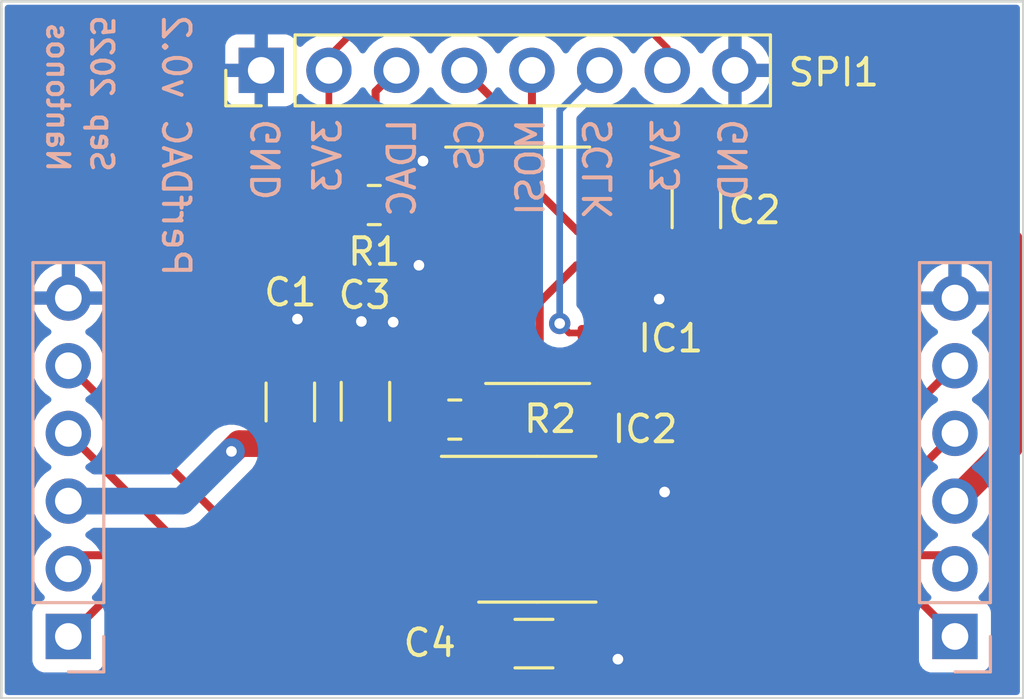
<source format=kicad_pcb>
(kicad_pcb (version 20240108) (generator "pcbnew") (generator_version "8.0")
  (layers (0 "F.Cu" signal) (31 "B.Cu" signal) (34 "B.Paste" user) (35 "F.Paste" user) (36 "B.SilkS" user "B.Silkscreen") (37 "F.SilkS" user "F.Silkscreen") (38 "B.Mask" user) (39 "F.Mask" user) (44 "Edge.Cuts" user))
  (net 0 "")
  (net 1 "GND")
  (net 2 "/VOUT_G")
  (net 3 "/VOUT_E")
  (net 4 "/VOUT_C")
  (net 5 "/VOUT_A")
  (net 6 "+5V")
  (net 7 "/VREF")
  (net 9 "/VOUT_H")
  (net 10 "/VOUT_F")
  (net 11 "/VOUT_D")
  (net 12 "/VOUT_B")
  (net 13 "+3.3V")
  (net 14 "MOSI3")
  (net 15 "/MOSI")
  (net 16 "SCLK3")
  (net 17 "/SCLK")
  (net 18 "/LDAC")
  (net 19 "LDAC3")
  (net 20 "/CS")
  (net 21 "CS3")
  (footprint "Capacitor_SMD:C_1206_3216Metric_Pad1.33x1.80mm_HandSolder" (layer "F.Cu") (at 69.3928 57.2008 90)
    (property "Reference" "C1" (at 4.1148 0 180) (layer "F.SilkS"))
    (property "Value" "1uF")
    (fp_line (start -0.711252 -0.91) (end 0.711252 -0.91) (stroke (width 0.12)) (layer "F.SilkS"))
    (fp_line (start -0.711252 0.91) (end 0.711252 0.91) (stroke (width 0.12)) (layer "F.SilkS"))
    (pad "1" smd roundrect (at -1.5625 0 90) (size 1.325 1.8) (layers "F.Cu" "F.Paste" "F.Mask") (roundrect_rratio 0.188679) (net 6 "+5V"))
    (pad "2" smd roundrect (at 1.5625 0 90) (size 1.325 1.8) (layers "F.Cu" "F.Paste" "F.Mask") (roundrect_rratio 0.188679) (net 1 "GND"))
  )
  (footprint "Resistor_SMD:R_0805_2012Metric_Pad1.20x1.40mm_HandSolder" (layer "F.Cu") (at 72.5424 49.8094)
    (property "Reference" "R1" (at 0 1.7526 0) (layer "F.SilkS"))
    (property "Value" "10k")
    (fp_line (start -0.227064 -0.735) (end 0.227064 -0.735) (stroke (width 0.12)) (layer "F.SilkS"))
    (fp_line (start -0.227064 0.735) (end 0.227064 0.735) (stroke (width 0.12)) (layer "F.SilkS"))
    (pad "1" smd roundrect (at -1 0) (size 1.2 1.4) (layers "F.Cu" "F.Paste" "F.Mask") (roundrect_rratio 0.208333) (net 13 "+3.3V"))
    (pad "2" smd roundrect (at 1 0) (size 1.2 1.4) (layers "F.Cu" "F.Paste" "F.Mask") (roundrect_rratio 0.208333) (net 21 "CS3"))
  )
  (footprint "Resistor_SMD:R_0805_2012Metric_Pad1.20x1.40mm_HandSolder" (layer "F.Cu") (at 75.565 57.8612 180)
    (property "Reference" "R2" (at -3.5814 0.0254 0) (layer "F.SilkS"))
    (property "Value" "0R dnf")
    (fp_line (start -0.227064 0.735) (end 0.227064 0.735) (stroke (width 0.12)) (layer "F.SilkS"))
    (fp_line (start -0.227064 -0.735) (end 0.227064 -0.735) (stroke (width 0.12)) (layer "F.SilkS"))
    (pad "1" smd roundrect (at -1 0 180) (size 1.2 1.4) (layers "F.Cu" "F.Paste" "F.Mask") (roundrect_rratio 0.208333) (net 18 "/LDAC"))
    (pad "2" smd roundrect (at 1 0 180) (size 1.2 1.4) (layers "F.Cu" "F.Paste" "F.Mask") (roundrect_rratio 0.208333) (net 1 "GND"))
  )
  (footprint "Package_SO:SOIC-14_3.9x8.7mm_P1.27mm" (layer "F.Cu") (at 78.675 52.07)
    (property "Reference" "IC1" (at 4.9926 2.7432 0) (layer "F.SilkS"))
    (property "Value" "SN74AHCT125QDRQ1")
    (fp_line (start 0 -4.435) (end -3.45 -4.435) (stroke (width 0.12)) (layer "F.SilkS"))
    (fp_line (start 0 -4.435) (end 1.95 -4.435) (stroke (width 0.12)) (layer "F.SilkS"))
    (fp_line (start 0 4.435) (end -1.95 4.435) (stroke (width 0.12)) (layer "F.SilkS"))
    (fp_line (start 0 4.435) (end 1.95 4.435) (stroke (width 0.12)) (layer "F.SilkS"))
    (pad "1" smd roundrect (at -2.475 -3.81) (size 1.95 0.6) (layers "F.Cu" "F.Paste" "F.Mask") (net 1 "GND"))
    (pad "2" smd roundrect (at -2.475 -2.54) (size 1.95 0.6) (layers "F.Cu" "F.Paste" "F.Mask") (net 21 "CS3"))
    (pad "3" smd roundrect (at -2.475 -1.27) (size 1.95 0.6) (layers "F.Cu" "F.Paste" "F.Mask") (net 20 "/CS"))
    (pad "4" smd roundrect (at -2.475 0) (size 1.95 0.6) (layers "F.Cu" "F.Paste" "F.Mask") (net 1 "GND"))
    (pad "5" smd roundrect (at -2.475 1.27) (size 1.95 0.6) (layers "F.Cu" "F.Paste" "F.Mask") (net 19 "LDAC3"))
    (pad "6" smd roundrect (at -2.475 2.54) (size 1.95 0.6) (layers "F.Cu" "F.Paste" "F.Mask") (net 18 "/LDAC"))
    (pad "7" smd roundrect (at -2.475 3.81) (size 1.95 0.6) (layers "F.Cu" "F.Paste" "F.Mask") (net 1 "GND"))
    (pad "8" smd roundrect (at 2.475 3.81) (size 1.95 0.6) (layers "F.Cu" "F.Paste" "F.Mask") (net 17 "/SCLK"))
    (pad "9" smd roundrect (at 2.475 2.54) (size 1.95 0.6) (layers "F.Cu" "F.Paste" "F.Mask") (net 16 "SCLK3"))
    (pad "10" smd roundrect (at 2.475 1.27) (size 1.95 0.6) (layers "F.Cu" "F.Paste" "F.Mask") (net 1 "GND"))
    (pad "11" smd roundrect (at 2.475 0) (size 1.95 0.6) (layers "F.Cu" "F.Paste" "F.Mask") (net 15 "/MOSI"))
    (pad "12" smd roundrect (at 2.475 -1.27) (size 1.95 0.6) (layers "F.Cu" "F.Paste" "F.Mask") (net 14 "MOSI3"))
    (pad "13" smd roundrect (at 2.475 -2.54) (size 1.95 0.6) (layers "F.Cu" "F.Paste" "F.Mask") (net 1 "GND"))
    (pad "14" smd roundrect (at 2.475 -3.81) (size 1.95 0.6) (layers "F.Cu" "F.Paste" "F.Mask") (net 6 "+5V"))
  )
  (footprint "Capacitor_SMD:C_1206_3216Metric_Pad1.33x1.80mm_HandSolder" (layer "F.Cu") (at 72.2122 57.1754 90)
    (property "Reference" "C3" (at 3.9878 -0.0254 180) (layer "F.SilkS"))
    (property "Value" "100nF")
    (fp_line (start -0.711252 -0.91) (end 0.711252 -0.91) (stroke (width 0.12)) (layer "F.SilkS"))
    (fp_line (start -0.711252 0.91) (end 0.711252 0.91) (stroke (width 0.12)) (layer "F.SilkS"))
    (pad "1" smd roundrect (at -1.5625 0 90) (size 1.325 1.8) (layers "F.Cu" "F.Paste" "F.Mask") (roundrect_rratio 0.188679) (net 6 "+5V"))
    (pad "2" smd roundrect (at 1.5625 0 90) (size 1.325 1.8) (layers "F.Cu" "F.Paste" "F.Mask") (roundrect_rratio 0.188679) (net 1 "GND"))
  )
  (footprint "Connector_PinHeader_2.54mm:PinHeader_1x08_P2.54mm_Vertical" (layer "F.Cu") (at 68.3006 44.7548 90)
    (property "Reference" "SPI1" (at -0.0762 21.4884 180) (layer "F.SilkS"))
    (property "Value" "Conn_01x08_Pin" (hide yes))
    (fp_line (start -1.33 -1.33) (end 0 -1.33) (stroke (width 0.12)) (layer "F.SilkS"))
    (fp_line (start -1.33 0) (end -1.33 -1.33) (stroke (width 0.12)) (layer "F.SilkS"))
    (fp_line (start 1.33 1.27) (end 1.33 19.11) (stroke (width 0.12)) (layer "F.SilkS"))
    (fp_line (start -1.33 1.27) (end 1.33 1.27) (stroke (width 0.12)) (layer "F.SilkS"))
    (fp_line (start -1.33 1.27) (end -1.33 19.11) (stroke (width 0.12)) (layer "F.SilkS"))
    (fp_line (start -1.33 19.11) (end 1.33 19.11) (stroke (width 0.12)) (layer "F.SilkS"))
    (pad "1" thru_hole rect (at 0 0 90) (size 1.7 1.7) (drill 1) (layers "*.Cu" "*.Mask" "In1.Cu" "In2.Cu" "In3.Cu" "In4.Cu" "In5.Cu" "In6.Cu" "In7.Cu" "In8.Cu" "In9.Cu" "In10.Cu" "In11.Cu" "In12.Cu" "In13.Cu" "In14.Cu" "In15.Cu" "In16.Cu" "In17.Cu" "In18.Cu" "In19.Cu" "In20.Cu" "In21.Cu" "In22.Cu" "In23.Cu" "In24.Cu" "In25.Cu" "In26.Cu" "In27.Cu" "In28.Cu" "In29.Cu" "In30.Cu") (net 1 "GND"))
    (pad "2" thru_hole oval (at 0 2.54 90) (size 1.7 1.7) (drill 1) (layers "*.Cu" "*.Mask" "In1.Cu" "In2.Cu" "In3.Cu" "In4.Cu" "In5.Cu" "In6.Cu" "In7.Cu" "In8.Cu" "In9.Cu" "In10.Cu" "In11.Cu" "In12.Cu" "In13.Cu" "In14.Cu" "In15.Cu" "In16.Cu" "In17.Cu" "In18.Cu" "In19.Cu" "In20.Cu" "In21.Cu" "In22.Cu" "In23.Cu" "In24.Cu" "In25.Cu" "In26.Cu" "In27.Cu" "In28.Cu" "In29.Cu" "In30.Cu") (net 13 "+3.3V"))
    (pad "3" thru_hole oval (at 0 5.08 90) (size 1.7 1.7) (drill 1) (layers "*.Cu" "*.Mask" "In1.Cu" "In2.Cu" "In3.Cu" "In4.Cu" "In5.Cu" "In6.Cu" "In7.Cu" "In8.Cu" "In9.Cu" "In10.Cu" "In11.Cu" "In12.Cu" "In13.Cu" "In14.Cu" "In15.Cu" "In16.Cu" "In17.Cu" "In18.Cu" "In19.Cu" "In20.Cu" "In21.Cu" "In22.Cu" "In23.Cu" "In24.Cu" "In25.Cu" "In26.Cu" "In27.Cu" "In28.Cu" "In29.Cu" "In30.Cu") (net 19 "LDAC3"))
    (pad "4" thru_hole oval (at 0 7.62 90) (size 1.7 1.7) (drill 1) (layers "*.Cu" "*.Mask" "In1.Cu" "In2.Cu" "In3.Cu" "In4.Cu" "In5.Cu" "In6.Cu" "In7.Cu" "In8.Cu" "In9.Cu" "In10.Cu" "In11.Cu" "In12.Cu" "In13.Cu" "In14.Cu" "In15.Cu" "In16.Cu" "In17.Cu" "In18.Cu" "In19.Cu" "In20.Cu" "In21.Cu" "In22.Cu" "In23.Cu" "In24.Cu" "In25.Cu" "In26.Cu" "In27.Cu" "In28.Cu" "In29.Cu" "In30.Cu") (net 21 "CS3"))
    (pad "5" thru_hole oval (at 0 10.16 90) (size 1.7 1.7) (drill 1) (layers "*.Cu" "*.Mask" "In1.Cu" "In2.Cu" "In3.Cu" "In4.Cu" "In5.Cu" "In6.Cu" "In7.Cu" "In8.Cu" "In9.Cu" "In10.Cu" "In11.Cu" "In12.Cu" "In13.Cu" "In14.Cu" "In15.Cu" "In16.Cu" "In17.Cu" "In18.Cu" "In19.Cu" "In20.Cu" "In21.Cu" "In22.Cu" "In23.Cu" "In24.Cu" "In25.Cu" "In26.Cu" "In27.Cu" "In28.Cu" "In29.Cu" "In30.Cu") (net 14 "MOSI3"))
    (pad "6" thru_hole oval (at 0 12.7 90) (size 1.7 1.7) (drill 1) (layers "*.Cu" "*.Mask" "In1.Cu" "In2.Cu" "In3.Cu" "In4.Cu" "In5.Cu" "In6.Cu" "In7.Cu" "In8.Cu" "In9.Cu" "In10.Cu" "In11.Cu" "In12.Cu" "In13.Cu" "In14.Cu" "In15.Cu" "In16.Cu" "In17.Cu" "In18.Cu" "In19.Cu" "In20.Cu" "In21.Cu" "In22.Cu" "In23.Cu" "In24.Cu" "In25.Cu" "In26.Cu" "In27.Cu" "In28.Cu" "In29.Cu" "In30.Cu") (net 16 "SCLK3"))
    (pad "7" thru_hole oval (at 0 15.24 90) (size 1.7 1.7) (drill 1) (layers "*.Cu" "*.Mask" "In1.Cu" "In2.Cu" "In3.Cu" "In4.Cu" "In5.Cu" "In6.Cu" "In7.Cu" "In8.Cu" "In9.Cu" "In10.Cu" "In11.Cu" "In12.Cu" "In13.Cu" "In14.Cu" "In15.Cu" "In16.Cu" "In17.Cu" "In18.Cu" "In19.Cu" "In20.Cu" "In21.Cu" "In22.Cu" "In23.Cu" "In24.Cu" "In25.Cu" "In26.Cu" "In27.Cu" "In28.Cu" "In29.Cu" "In30.Cu") (net 13 "+3.3V"))
    (pad "8" thru_hole oval (at 0 17.78 90) (size 1.7 1.7) (drill 1) (layers "*.Cu" "*.Mask" "In1.Cu" "In2.Cu" "In3.Cu" "In4.Cu" "In5.Cu" "In6.Cu" "In7.Cu" "In8.Cu" "In9.Cu" "In10.Cu" "In11.Cu" "In12.Cu" "In13.Cu" "In14.Cu" "In15.Cu" "In16.Cu" "In17.Cu" "In18.Cu" "In19.Cu" "In20.Cu" "In21.Cu" "In22.Cu" "In23.Cu" "In24.Cu" "In25.Cu" "In26.Cu" "In27.Cu" "In28.Cu" "In29.Cu" "In30.Cu") (net 1 "GND"))
  )
  (footprint "Package_SO:TSSOP-16_4.4x5mm_P0.65mm" (layer "F.Cu") (at 78.6638 61.976)
    (property "Reference" "IC2" (at 4.0386 -3.7592 0) (layer "F.SilkS"))
    (property "Value" "DAC8168ICPW" (hide yes))
    (fp_line (start 0 -2.735) (end -3.6 -2.735) (stroke (width 0.12)) (layer "F.SilkS"))
    (fp_line (start 0 -2.735) (end 2.2 -2.735) (stroke (width 0.12)) (layer "F.SilkS"))
    (fp_line (start 0 2.735) (end -2.2 2.735) (stroke (width 0.12)) (layer "F.SilkS"))
    (fp_line (start 0 2.735) (end 2.2 2.735) (stroke (width 0.12)) (layer "F.SilkS"))
    (pad "1" smd roundrect (at -2.8625 -2.275) (size 1.475 0.4) (layers "F.Cu" "F.Paste" "F.Mask") (net 18 "/LDAC"))
    (pad "2" smd roundrect (at -2.8625 -1.625) (size 1.475 0.4) (layers "F.Cu" "F.Paste" "F.Mask") (net 20 "/CS"))
    (pad "3" smd roundrect (at -2.8625 -0.975) (size 1.475 0.4) (layers "F.Cu" "F.Paste" "F.Mask") (net 6 "+5V"))
    (pad "4" smd roundrect (at -2.8625 -0.325) (size 1.475 0.4) (layers "F.Cu" "F.Paste" "F.Mask") (net 5 "/VOUT_A"))
    (pad "5" smd roundrect (at -2.8625 0.325) (size 1.475 0.4) (layers "F.Cu" "F.Paste" "F.Mask") (net 4 "/VOUT_C"))
    (pad "6" smd roundrect (at -2.8625 0.975) (size 1.475 0.4) (layers "F.Cu" "F.Paste" "F.Mask") (net 3 "/VOUT_E"))
    (pad "7" smd roundrect (at -2.8625 1.625) (size 1.475 0.4) (layers "F.Cu" "F.Paste" "F.Mask") (net 2 "/VOUT_G"))
    (pad "8" smd roundrect (at -2.8625 2.275) (size 1.475 0.4) (layers "F.Cu" "F.Paste" "F.Mask") (net 7 "/VREF"))
    (pad "9" smd roundrect (at 2.8625 2.275) (size 1.475 0.4) (layers "F.Cu" "F.Paste" "F.Mask"))
    (pad "10" smd roundrect (at 2.8625 1.625) (size 1.475 0.4) (layers "F.Cu" "F.Paste" "F.Mask") (net 9 "/VOUT_H"))
    (pad "11" smd roundrect (at 2.8625 0.975) (size 1.475 0.4) (layers "F.Cu" "F.Paste" "F.Mask") (net 10 "/VOUT_F"))
    (pad "12" smd roundrect (at 2.8625 0.325) (size 1.475 0.4) (layers "F.Cu" "F.Paste" "F.Mask") (net 11 "/VOUT_D"))
    (pad "13" smd roundrect (at 2.8625 -0.325) (size 1.475 0.4) (layers "F.Cu" "F.Paste" "F.Mask") (net 12 "/VOUT_B"))
    (pad "14" smd roundrect (at 2.8625 -0.975) (size 1.475 0.4) (layers "F.Cu" "F.Paste" "F.Mask") (net 1 "GND"))
    (pad "15" smd roundrect (at 2.8625 -1.625) (size 1.475 0.4) (layers "F.Cu" "F.Paste" "F.Mask") (net 15 "/MOSI"))
    (pad "16" smd roundrect (at 2.8625 -2.275) (size 1.475 0.4) (layers "F.Cu" "F.Paste" "F.Mask") (net 17 "/SCLK"))
  )
  (footprint "Capacitor_SMD:C_1206_3216Metric_Pad1.33x1.80mm_HandSolder" (layer "F.Cu") (at 84.6328 49.9487 -90)
    (property "Reference" "C2" (at 0.0508 -2.1844 180) (layer "F.SilkS"))
    (property "Value" "100nF")
    (fp_line (start -0.711252 0.91) (end 0.711252 0.91) (stroke (width 0.12)) (layer "F.SilkS"))
    (fp_line (start -0.711252 -0.91) (end 0.711252 -0.91) (stroke (width 0.12)) (layer "F.SilkS"))
    (pad "1" smd roundrect (at -1.5625 0 270) (size 1.325 1.8) (layers "F.Cu" "F.Paste" "F.Mask") (roundrect_rratio 0.188679) (net 6 "+5V"))
    (pad "2" smd roundrect (at 1.5625 0 270) (size 1.325 1.8) (layers "F.Cu" "F.Paste" "F.Mask") (roundrect_rratio 0.188679) (net 1 "GND"))
  )
  (footprint "Capacitor_SMD:C_1206_3216Metric_Pad1.33x1.80mm_HandSolder" (layer "F.Cu") (at 78.5368 66.2686)
    (property "Reference" "C4" (at -3.9116 -0.0254 0) (layer "F.SilkS"))
    (property "Value" "150nF")
    (fp_line (start -0.711252 -0.91) (end 0.711252 -0.91) (stroke (width 0.12)) (layer "F.SilkS"))
    (fp_line (start -0.711252 0.91) (end 0.711252 0.91) (stroke (width 0.12)) (layer "F.SilkS"))
    (pad "1" smd roundrect (at -1.5625 0) (size 1.325 1.8) (layers "F.Cu" "F.Paste" "F.Mask") (roundrect_rratio 0.188679) (net 7 "/VREF"))
    (pad "2" smd roundrect (at 1.5625 0) (size 1.325 1.8) (layers "F.Cu" "F.Paste" "F.Mask") (roundrect_rratio 0.188679) (net 1 "GND"))
  )
  (footprint "Connector_PinSocket_2.54mm:PinSocket_1x06_P2.54mm_Vertical" (layer "B.Cu") (at 94.336 66)
    (property "Reference" "J2" (hide yes))
    (property "Value" "Conn_01x06_Socket" (hide yes))
    (fp_line (start -1.33 -14.03) (end -1.33 -1.27) (stroke (width 0.12)) (layer "B.SilkS"))
    (fp_line (start 1.33 -14.03) (end -1.33 -14.03) (stroke (width 0.12)) (layer "B.SilkS"))
    (fp_line (start 1.33 -14.03) (end 1.33 -1.27) (stroke (width 0.12)) (layer "B.SilkS"))
    (fp_line (start 1.33 -1.27) (end -1.33 -1.27) (stroke (width 0.12)) (layer "B.SilkS"))
    (fp_line (start 1.33 0) (end 1.33 1.33) (stroke (width 0.12)) (layer "B.SilkS"))
    (fp_line (start 1.33 1.33) (end 0 1.33) (stroke (width 0.12)) (layer "B.SilkS"))
    (pad "1" thru_hole rect (at 0 0) (size 1.7 1.7) (drill 1) (layers "*.Cu" "*.Mask" "In1.Cu" "In2.Cu" "In3.Cu" "In4.Cu" "In5.Cu" "In6.Cu" "In7.Cu" "In8.Cu" "In9.Cu" "In10.Cu" "In11.Cu" "In12.Cu" "In13.Cu" "In14.Cu" "In15.Cu" "In16.Cu" "In17.Cu" "In18.Cu" "In19.Cu" "In20.Cu" "In21.Cu" "In22.Cu" "In23.Cu" "In24.Cu" "In25.Cu" "In26.Cu" "In27.Cu" "In28.Cu" "In29.Cu" "In30.Cu") (net 9 "/VOUT_H"))
    (pad "2" thru_hole oval (at 0 -2.54) (size 1.7 1.7) (drill 1) (layers "*.Cu" "*.Mask" "In1.Cu" "In2.Cu" "In3.Cu" "In4.Cu" "In5.Cu" "In6.Cu" "In7.Cu" "In8.Cu" "In9.Cu" "In10.Cu" "In11.Cu" "In12.Cu" "In13.Cu" "In14.Cu" "In15.Cu" "In16.Cu" "In17.Cu" "In18.Cu" "In19.Cu" "In20.Cu" "In21.Cu" "In22.Cu" "In23.Cu" "In24.Cu" "In25.Cu" "In26.Cu" "In27.Cu" "In28.Cu" "In29.Cu" "In30.Cu") (net 10 "/VOUT_F"))
    (pad "3" thru_hole oval (at 0 -5.08) (size 1.7 1.7) (drill 1) (layers "*.Cu" "*.Mask" "In1.Cu" "In2.Cu" "In3.Cu" "In4.Cu" "In5.Cu" "In6.Cu" "In7.Cu" "In8.Cu" "In9.Cu" "In10.Cu" "In11.Cu" "In12.Cu" "In13.Cu" "In14.Cu" "In15.Cu" "In16.Cu" "In17.Cu" "In18.Cu" "In19.Cu" "In20.Cu" "In21.Cu" "In22.Cu" "In23.Cu" "In24.Cu" "In25.Cu" "In26.Cu" "In27.Cu" "In28.Cu" "In29.Cu" "In30.Cu") (net 6 "+5V"))
    (pad "4" thru_hole oval (at 0 -7.62) (size 1.7 1.7) (drill 1) (layers "*.Cu" "*.Mask" "In1.Cu" "In2.Cu" "In3.Cu" "In4.Cu" "In5.Cu" "In6.Cu" "In7.Cu" "In8.Cu" "In9.Cu" "In10.Cu" "In11.Cu" "In12.Cu" "In13.Cu" "In14.Cu" "In15.Cu" "In16.Cu" "In17.Cu" "In18.Cu" "In19.Cu" "In20.Cu" "In21.Cu" "In22.Cu" "In23.Cu" "In24.Cu" "In25.Cu" "In26.Cu" "In27.Cu" "In28.Cu" "In29.Cu" "In30.Cu") (net 11 "/VOUT_D"))
    (pad "5" thru_hole oval (at 0 -10.16) (size 1.7 1.7) (drill 1) (layers "*.Cu" "*.Mask" "In1.Cu" "In2.Cu" "In3.Cu" "In4.Cu" "In5.Cu" "In6.Cu" "In7.Cu" "In8.Cu" "In9.Cu" "In10.Cu" "In11.Cu" "In12.Cu" "In13.Cu" "In14.Cu" "In15.Cu" "In16.Cu" "In17.Cu" "In18.Cu" "In19.Cu" "In20.Cu" "In21.Cu" "In22.Cu" "In23.Cu" "In24.Cu" "In25.Cu" "In26.Cu" "In27.Cu" "In28.Cu" "In29.Cu" "In30.Cu") (net 12 "/VOUT_B"))
    (pad "6" thru_hole oval (at 0 -12.7) (size 1.7 1.7) (drill 1) (layers "*.Cu" "*.Mask" "In1.Cu" "In2.Cu" "In3.Cu" "In4.Cu" "In5.Cu" "In6.Cu" "In7.Cu" "In8.Cu" "In9.Cu" "In10.Cu" "In11.Cu" "In12.Cu" "In13.Cu" "In14.Cu" "In15.Cu" "In16.Cu" "In17.Cu" "In18.Cu" "In19.Cu" "In20.Cu" "In21.Cu" "In22.Cu" "In23.Cu" "In24.Cu" "In25.Cu" "In26.Cu" "In27.Cu" "In28.Cu" "In29.Cu" "In30.Cu") (net 1 "GND"))
  )
  (footprint "Connector_PinSocket_2.54mm:PinSocket_1x06_P2.54mm_Vertical" (layer "B.Cu") (at 61.062 66)
    (property "Reference" "J1" (hide yes))
    (property "Value" "Conn_01x06_Socket" (hide yes))
    (fp_line (start -1.33 -14.03) (end -1.33 -1.27) (stroke (width 0.12)) (layer "B.SilkS"))
    (fp_line (start 1.33 -14.03) (end -1.33 -14.03) (stroke (width 0.12)) (layer "B.SilkS"))
    (fp_line (start 1.33 -14.03) (end 1.33 -1.27) (stroke (width 0.12)) (layer "B.SilkS"))
    (fp_line (start 1.33 -1.27) (end -1.33 -1.27) (stroke (width 0.12)) (layer "B.SilkS"))
    (fp_line (start 1.33 0) (end 1.33 1.33) (stroke (width 0.12)) (layer "B.SilkS"))
    (fp_line (start 1.33 1.33) (end 0 1.33) (stroke (width 0.12)) (layer "B.SilkS"))
    (pad "1" thru_hole rect (at 0 0) (size 1.7 1.7) (drill 1) (layers "*.Cu" "*.Mask" "In1.Cu" "In2.Cu" "In3.Cu" "In4.Cu" "In5.Cu" "In6.Cu" "In7.Cu" "In8.Cu" "In9.Cu" "In10.Cu" "In11.Cu" "In12.Cu" "In13.Cu" "In14.Cu" "In15.Cu" "In16.Cu" "In17.Cu" "In18.Cu" "In19.Cu" "In20.Cu" "In21.Cu" "In22.Cu" "In23.Cu" "In24.Cu" "In25.Cu" "In26.Cu" "In27.Cu" "In28.Cu" "In29.Cu" "In30.Cu") (net 2 "/VOUT_G"))
    (pad "2" thru_hole oval (at 0 -2.54) (size 1.7 1.7) (drill 1) (layers "*.Cu" "*.Mask" "In1.Cu" "In2.Cu" "In3.Cu" "In4.Cu" "In5.Cu" "In6.Cu" "In7.Cu" "In8.Cu" "In9.Cu" "In10.Cu" "In11.Cu" "In12.Cu" "In13.Cu" "In14.Cu" "In15.Cu" "In16.Cu" "In17.Cu" "In18.Cu" "In19.Cu" "In20.Cu" "In21.Cu" "In22.Cu" "In23.Cu" "In24.Cu" "In25.Cu" "In26.Cu" "In27.Cu" "In28.Cu" "In29.Cu" "In30.Cu") (net 3 "/VOUT_E"))
    (pad "3" thru_hole oval (at 0 -5.08) (size 1.7 1.7) (drill 1) (layers "*.Cu" "*.Mask" "In1.Cu" "In2.Cu" "In3.Cu" "In4.Cu" "In5.Cu" "In6.Cu" "In7.Cu" "In8.Cu" "In9.Cu" "In10.Cu" "In11.Cu" "In12.Cu" "In13.Cu" "In14.Cu" "In15.Cu" "In16.Cu" "In17.Cu" "In18.Cu" "In19.Cu" "In20.Cu" "In21.Cu" "In22.Cu" "In23.Cu" "In24.Cu" "In25.Cu" "In26.Cu" "In27.Cu" "In28.Cu" "In29.Cu" "In30.Cu") (net 6 "+5V"))
    (pad "4" thru_hole oval (at 0 -7.62) (size 1.7 1.7) (drill 1) (layers "*.Cu" "*.Mask" "In1.Cu" "In2.Cu" "In3.Cu" "In4.Cu" "In5.Cu" "In6.Cu" "In7.Cu" "In8.Cu" "In9.Cu" "In10.Cu" "In11.Cu" "In12.Cu" "In13.Cu" "In14.Cu" "In15.Cu" "In16.Cu" "In17.Cu" "In18.Cu" "In19.Cu" "In20.Cu" "In21.Cu" "In22.Cu" "In23.Cu" "In24.Cu" "In25.Cu" "In26.Cu" "In27.Cu" "In28.Cu" "In29.Cu" "In30.Cu") (net 4 "/VOUT_C"))
    (pad "5" thru_hole oval (at 0 -10.16) (size 1.7 1.7) (drill 1) (layers "*.Cu" "*.Mask" "In1.Cu" "In2.Cu" "In3.Cu" "In4.Cu" "In5.Cu" "In6.Cu" "In7.Cu" "In8.Cu" "In9.Cu" "In10.Cu" "In11.Cu" "In12.Cu" "In13.Cu" "In14.Cu" "In15.Cu" "In16.Cu" "In17.Cu" "In18.Cu" "In19.Cu" "In20.Cu" "In21.Cu" "In22.Cu" "In23.Cu" "In24.Cu" "In25.Cu" "In26.Cu" "In27.Cu" "In28.Cu" "In29.Cu" "In30.Cu") (net 5 "/VOUT_A"))
    (pad "6" thru_hole oval (at 0 -12.7) (size 1.7 1.7) (drill 1) (layers "*.Cu" "*.Mask" "In1.Cu" "In2.Cu" "In3.Cu" "In4.Cu" "In5.Cu" "In6.Cu" "In7.Cu" "In8.Cu" "In9.Cu" "In10.Cu" "In11.Cu" "In12.Cu" "In13.Cu" "In14.Cu" "In15.Cu" "In16.Cu" "In17.Cu" "In18.Cu" "In19.Cu" "In20.Cu" "In21.Cu" "In22.Cu" "In23.Cu" "In24.Cu" "In25.Cu" "In26.Cu" "In27.Cu" "In28.Cu" "In29.Cu" "In30.Cu") (net 1 "GND"))
  )
  (gr_rect (start 58.547 42.164) (end 96.901 68.326) (stroke (width 0.1)) (fill none) (layer "Edge.Cuts"))
  (gr_text "GND" (at 86.614 46.482 90) (layer "B.SilkS") (effects (font (size 1 1)) (justify left bottom mirror)))
  (gr_text "Sep 2025" (at 61.849 48.641 -90) (layer "B.SilkS") (effects (font (size 0.8 0.8)) (justify left bottom mirror)))
  (gr_text "PerfDAC v0.2" (at 64.516 52.578 -90) (layer "B.SilkS") (effects (font (size 1 1)) (justify left bottom mirror)))
  (gr_text "MOSI" (at 78.994 46.482 90) (layer "B.SilkS") (effects (font (size 1 1)) (justify left bottom mirror)))
  (gr_text "LDAC" (at 74.168 46.482 90) (layer "B.SilkS") (effects (font (size 1 1)) (justify left bottom mirror)))
  (gr_text "GND" (at 69.088 46.482 90) (layer "B.SilkS") (effects (font (size 1 1)) (justify left bottom mirror)))
  (gr_text "3V3" (at 71.374 46.482 90) (layer "B.SilkS") (effects (font (size 1 1)) (justify left bottom mirror)))
  (gr_text "Nantonos" (at 60.198 48.641 -90) (layer "B.SilkS") (effects (font (size 0.8 0.8)) (justify left bottom mirror)))
  (gr_text "SCLK" (at 81.534 46.482 90) (layer "B.SilkS") (effects (font (size 1 1)) (justify left bottom mirror)))
  (gr_text "3V3" (at 84.074 46.482 90) (layer "B.SilkS") (effects (font (size 1 1)) (justify left bottom mirror)))
  (gr_text "CS" (at 76.708 46.482 90) (layer "B.SilkS") (effects (font (size 1 1)) (justify left bottom mirror)))
  (segment (start 74.4728 48.26) (end 74.3712 48.1584) (width 0.18) (layer "F.Cu") (net 1))
  (segment (start 74.565 57.8612) (end 74.4605 57.8612) (width 0.3) (layer "F.Cu") (net 1))
  (segment (start 83.2358 53.34) (end 83.2358 52.9082) (width 0.3) (layer "F.Cu") (net 1))
  (segment (start 72.136 55.6891) (end 72.2122 55.6129) (width 0.18) (layer "F.Cu") (net 1))
  (segment (start 74.93 55.88) (end 73.2536 54.2036) (width 0.3) (layer "F.Cu") (net 1))
  (segment (start 83.017 61.001) (end 83.439 60.579) (width 0.3) (layer "F.Cu") (net 1))
  (segment (start 80.0993 66.2686) (end 81.1022 66.2686) (width 0.18) (layer "F.Cu") (net 1))
  (segment (start 76.2 48.26) (end 74.4728 48.26) (width 0.18) (layer "F.Cu") (net 1))
  (segment (start 81.15 53.34) (end 83.2358 53.34) (width 0.3) (layer "F.Cu") (net 1))
  (segment (start 81.15 49.53) (end 82.6516 49.53) (width 0.3) (layer "F.Cu") (net 1))
  (segment (start 82.6516 49.53) (end 84.6328 51.5112) (width 0.3) (layer "F.Cu") (net 1))
  (segment (start 69.3928 55.6383) (end 69.3928 54.356) (width 0.3) (layer "F.Cu") (net 1))
  (segment (start 72.0852 54.2036) (end 72.0598 54.1782) (width 0.18) (layer "F.Cu") (net 1))
  (segment (start 74.4605 57.8612) (end 72.2122 55.6129) (width 0.3) (layer "F.Cu") (net 1))
  (segment (start 72.2122 54.3306) (end 72.0598 54.1782) (width 0.3) (layer "F.Cu") (net 1))
  (segment (start 72.4793 55.88) (end 72.2122 55.6129) (width 0.18) (layer "F.Cu") (net 1))
  (segment (start 81.1022 66.2686) (end 81.6864 66.8528) (width 0.18) (layer "F.Cu") (net 1))
  (segment (start 72.1868 55.6383) (end 72.2122 55.6129) (width 0.18) (layer "F.Cu") (net 1))
  (segment (start 72.2122 55.6129) (end 72.2122 54.3306) (width 0.3) (layer "F.Cu") (net 1))
  (segment (start 83.2358 52.9082) (end 84.6328 51.5112) (width 0.3) (layer "F.Cu") (net 1))
  (segment (start 76.2 52.07) (end 74.2188 52.07) (width 0.18) (layer "F.Cu") (net 1))
  (segment (start 76.2 55.88) (end 74.93 55.88) (width 0.3) (layer "F.Cu") (net 1))
  (segment (start 81.5263 61.001) (end 83.017 61.001) (width 0.3) (layer "F.Cu") (net 1))
  (segment (start 69.3928 54.356) (end 69.6595 54.0893) (width 0.3) (layer "F.Cu") (net 1))
  (via (at 72.0598 54.1782) (size 0.8) (drill 0.4) (layers "F.Cu" "B.Cu") (net 1))
  (via (at 74.3712 48.1584) (size 0.8) (drill 0.4) (layers "F.Cu" "B.Cu") (net 1))
  (via (at 83.2358 53.34) (size 0.8) (drill 0.4) (layers "F.Cu" "B.Cu") (net 1))
  (via (at 81.6864 66.8528) (size 0.8) (drill 0.4) (layers "F.Cu" "B.Cu") (net 1))
  (via (at 74.2188 52.07) (size 0.8) (drill 0.4) (layers "F.Cu" "B.Cu") (net 1))
  (via (at 69.6595 54.0893) (size 0.8) (drill 0.4) (layers "F.Cu" "B.Cu") (net 1))
  (via (at 83.439 60.579) (size 0.8) (drill 0.4) (layers "F.Cu" "B.Cu") (net 1))
  (via (at 73.2536 54.2036) (size 0.8) (drill 0.4) (layers "F.Cu" "B.Cu") (net 1))
  (segment (start 73.914 51.7652) (end 74.2188 52.07) (width 0.18) (layer "B.Cu") (net 1))
  (segment (start 83.439 53.1114) (end 83.2104 53.34) (width 0.18) (layer "B.Cu") (net 1))
  (segment (start 68.3768 48.1584) (end 68.3006 48.0822) (width 0.18) (layer "B.Cu") (net 1))
  (segment (start 68.3006 44.7548) (end 68.3006 48.0822) (width 0.18) (layer "B.Cu") (net 1))
  (segment (start 68.3006 52.7304) (end 69.6595 54.0893) (width 0.18) (layer "B.Cu") (net 1))
  (segment (start 83.2104 53.34) (end 83.2358 53.34) (width 0.18) (layer "B.Cu") (net 1))
  (segment (start 74.3712 48.1584) (end 68.3768 48.1584) (width 0.18) (layer "B.Cu") (net 1))
  (segment (start 72.9234 54.1782) (end 72.0598 54.1782) (width 0.18) (layer "B.Cu") (net 1))
  (segment (start 68.3006 48.0822) (end 68.3006 51.7652) (width 0.18) (layer "B.Cu") (net 1))
  (segment (start 68.3006 51.7652) (end 68.3006 52.7304) (width 0.18) (layer "B.Cu") (net 1))
  (segment (start 69.6595 54.0893) (end 69.7484 54.1782) (width 0.18) (layer "B.Cu") (net 1))
  (segment (start 69.7484 54.1782) (end 72.0598 54.1782) (width 0.18) (layer "B.Cu") (net 1))
  (segment (start 86.0806 44.7548) (end 86.0806 46.9392) (width 0.18) (layer "B.Cu") (net 1))
  (segment (start 68.3006 51.7652) (end 73.914 51.7652) (width 0.18) (layer "B.Cu") (net 1))
  (segment (start 75.8013 63.601) (end 63.461 63.601) (width 0.3) (layer "F.Cu") (net 2))
  (segment (start 63.461 63.601) (end 61.062 66) (width 0.3) (layer "F.Cu") (net 2))
  (segment (start 75.8013 62.951) (end 61.571 62.951) (width 0.3) (layer "F.Cu") (net 3))
  (segment (start 61.571 62.951) (end 61.062 63.46) (width 0.3) (layer "F.Cu") (net 3))
  (segment (start 64.983 62.301) (end 61.062 58.38) (width 0.3) (layer "F.Cu") (net 4))
  (segment (start 75.8013 62.301) (end 64.983 62.301) (width 0.3) (layer "F.Cu") (net 4))
  (segment (start 75.8013 61.651) (end 66.873 61.651) (width 0.3) (layer "F.Cu") (net 5))
  (segment (start 66.873 61.651) (end 61.062 55.84) (width 0.3) (layer "F.Cu") (net 5))
  (segment (start 81.2762 48.3862) (end 81.15 48.26) (width 0.3) (layer "F.Cu") (net 6))
  (segment (start 96.266 51.181) (end 96.401 51.181) (width 1) (layer "F.Cu") (net 6))
  (segment (start 67.4747 58.7633) (end 67.183 59.055) (width 1) (layer "F.Cu") (net 6))
  (segment (start 84.5443 48.26) (end 84.6074 48.3231) (width 0.18) (layer "F.Cu") (net 6))
  (segment (start 69.3928 58.7633) (end 72.1868 58.7633) (width 1) (layer "F.Cu") (net 6))
  (segment (start 72.136 58.8141) (end 72.2122 58.7379) (width 0.18) (layer "F.Cu") (net 6))
  (segment (start 69.3928 58.7633) (end 67.4747 58.7633) (width 1) (layer "F.Cu") (net 6))
  (segment (start 84.6328 48.3862) (end 81.2762 48.3862) (width 0.3) (layer "F.Cu") (net 6))
  (segment (start 84.8991 48.0314) (end 84.6074 48.3231) (width 0.18) (layer "F.Cu") (net 6))
  (segment (start 96.401 58.855) (end 96.401 51.181) (width 1) (layer "F.Cu") (net 6))
  (segment (start 94.336 60.92) (end 96.401 58.855) (width 1) (layer "F.Cu") (net 6))
  (segment (start 72.1868 58.7633) (end 72.2122 58.7379) (width 1) (layer "F.Cu") (net 6))
  (segment (start 93.4712 48.3862) (end 96.266 51.181) (width 1) (layer "F.Cu") (net 6))
  (segment (start 93.4712 48.3862) (end 84.6328 48.3862) (width 1) (layer "F.Cu") (net 6))
  (segment (start 74.4753 61.001) (end 75.8013 61.001) (width 0.3) (layer "F.Cu") (net 6))
  (segment (start 72.2122 58.7379) (end 74.4753 61.001) (width 0.3) (layer "F.Cu") (net 6))
  (via (at 67.183 59.055) (size 0.8) (drill 0.4) (layers "F.Cu" "B.Cu") (net 6))
  (segment (start 61.062 60.92) (end 65.318 60.92) (width 1) (layer "B.Cu") (net 6))
  (segment (start 65.318 60.92) (end 67.183 59.055) (width 1) (layer "B.Cu") (net 6))
  (segment (start 76.9743 65.424) (end 76.9743 66.2686) (width 0.25) (layer "F.Cu") (net 7))
  (segment (start 75.8013 64.251) (end 76.9743 65.424) (width 0.25) (layer "F.Cu") (net 7))
  (segment (start 81.5263 63.601) (end 91.937 63.601) (width 0.3) (layer "F.Cu") (net 9))
  (segment (start 91.937 63.601) (end 94.336 66) (width 0.3) (layer "F.Cu") (net 9))
  (segment (start 93.827 62.951) (end 94.336 63.46) (width 0.3) (layer "F.Cu") (net 10))
  (segment (start 81.5263 62.951) (end 93.827 62.951) (width 0.3) (layer "F.Cu") (net 10))
  (segment (start 90.415 62.301) (end 94.336 58.38) (width 0.3) (layer "F.Cu") (net 11))
  (segment (start 81.5263 62.301) (end 90.415 62.301) (width 0.3) (layer "F.Cu") (net 11))
  (segment (start 81.5263 61.651) (end 88.525 61.651) (width 0.3) (layer "F.Cu") (net 12))
  (segment (start 88.525 61.651) (end 94.336 55.84) (width 0.3) (layer "F.Cu") (net 12))
  (segment (start 71.755 43.307) (end 70.8406 44.2214) (width 0.25) (layer "F.Cu") (net 13))
  (segment (start 70.8406 49.1076) (end 71.5424 49.8094) (width 0.25) (layer "F.Cu") (net 13))
  (segment (start 70.8406 44.2214) (end 70.8406 44.7548) (width 0.25) (layer "F.Cu") (net 13))
  (segment (start 70.8406 44.7548) (end 70.8406 49.1076) (width 0.25) (layer "F.Cu") (net 13))
  (segment (start 83.5406 43.9166) (end 82.931 43.307) (width 0.25) (layer "F.Cu") (net 13))
  (segment (start 82.931 43.307) (end 71.755 43.307) (width 0.25) (layer "F.Cu") (net 13))
  (segment (start 83.5406 44.7548) (end 83.5406 43.9166) (width 0.25) (layer "F.Cu") (net 13))
  (segment (start 78.4606 49.085599) (end 78.4606 44.7548) (width 0.3) (layer "F.Cu") (net 14))
  (segment (start 80.175001 50.8) (end 78.4606 49.085599) (width 0.3) (layer "F.Cu") (net 14))
  (segment (start 81.15 50.8) (end 80.175001 50.8) (width 0.3) (layer "F.Cu") (net 14))
  (segment (start 78.752 53.455) (end 78.752 58.94) (width 0.3) (layer "F.Cu") (net 15))
  (segment (start 78.752 58.94) (end 80.163 60.351) (width 0.3) (layer "F.Cu") (net 15))
  (segment (start 80.137 52.07) (end 78.752 53.455) (width 0.3) (layer "F.Cu") (net 15))
  (segment (start 80.163 60.351) (end 81.5263 60.351) (width 0.3) (layer "F.Cu") (net 15))
  (segment (start 81.15 52.07) (end 80.137 52.07) (width 0.3) (layer "F.Cu") (net 15))
  (segment (start 79.8576 54.61) (end 79.502 54.2544) (width 0.25) (layer "F.Cu") (net 16))
  (segment (start 81.15 54.61) (end 79.8576 54.61) (width 0.25) (layer "F.Cu") (net 16))
  (via (at 79.502 54.2544) (size 0.8) (drill 0.4) (layers "F.Cu" "B.Cu") (net 16))
  (segment (start 79.502 54.2544) (end 79.502 46.2534) (width 0.25) (layer "B.Cu") (net 16))
  (segment (start 81.0006 44.7548) (end 79.502 46.2534) (width 0.25) (layer "B.Cu") (net 16))
  (segment (start 81.15 55.88) (end 81.5263 56.2563) (width 0.3) (layer "F.Cu") (net 17))
  (segment (start 81.5263 56.2563) (end 81.5263 59.701) (width 0.3) (layer "F.Cu") (net 17))
  (segment (start 76.565 57.8612) (end 76.565 58.9373) (width 0.3) (layer "F.Cu") (net 18))
  (segment (start 77.597 56.8292) (end 76.565 57.8612) (width 0.3) (layer "F.Cu") (net 18))
  (segment (start 77.174999 54.61) (end 77.597 55.032001) (width 0.3) (layer "F.Cu") (net 18))
  (segment (start 76.2 54.61) (end 77.174999 54.61) (width 0.3) (layer "F.Cu") (net 18))
  (segment (start 76.565 58.9373) (end 75.8013 59.701) (width 0.3) (layer "F.Cu") (net 18))
  (segment (start 77.597 55.032001) (end 77.597 56.8292) (width 0.3) (layer "F.Cu") (net 18))
  (segment (start 72.5924 45.543) (end 73.3806 44.7548) (width 0.3) (layer "F.Cu") (net 19))
  (segment (start 74.428139 53.34) (end 72.5924 51.504261) (width 0.3) (layer "F.Cu") (net 19))
  (segment (start 76.2 53.34) (end 74.428139 53.34) (width 0.3) (layer "F.Cu") (net 19))
  (segment (start 72.5924 51.504261) (end 72.5924 45.543) (width 0.3) (layer "F.Cu") (net 19))
  (segment (start 78.097 51.722001) (end 78.097 58.781968) (width 0.3) (layer "F.Cu") (net 20))
  (segment (start 76.2 50.8) (end 77.174999 50.8) (width 0.3) (layer "F.Cu") (net 20))
  (segment (start 76.527968 60.351) (end 75.8013 60.351) (width 0.3) (layer "F.Cu") (net 20))
  (segment (start 77.174999 50.8) (end 78.097 51.722001) (width 0.3) (layer "F.Cu") (net 20))
  (segment (start 78.097 58.781968) (end 76.527968 60.351) (width 0.3) (layer "F.Cu") (net 20))
  (segment (start 77.525 49.179999) (end 77.174999 49.53) (width 0.3) (layer "F.Cu") (net 21))
  (segment (start 77.174999 49.53) (end 76.2 49.53) (width 0.3) (layer "F.Cu") (net 21))
  (segment (start 75.9206 44.7548) (end 77.525 46.3592) (width 0.3) (layer "F.Cu") (net 21))
  (segment (start 77.525 46.3592) (end 77.525 49.179999) (width 0.3) (layer "F.Cu") (net 21))
  (segment (start 76.2 49.53) (end 73.8218 49.53) (width 0.3) (layer "F.Cu") (net 21))
  (segment (start 73.8218 49.53) (end 73.5424 49.8094) (width 0.3) (layer "F.Cu") (net 21))
  (zone (net 1) (net_name "GND") (layer "B.Cu") (connect_pads (clearance 0.5)) (min_thickness 0.25) (fill yes (thermal_gap 0.5) (thermal_bridge_width 0.5))
    (polygon (pts (xy 58.674 42.291) (xy 96.774 42.291) (xy 96.774 68.199) (xy 58.674 68.199)))
  )
)
</source>
